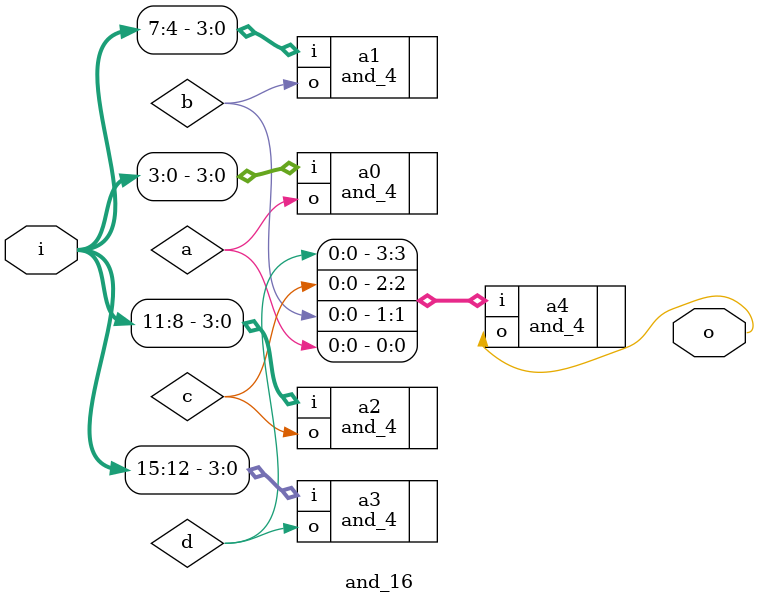
<source format=sv>
`timescale 1ns/10ps
module and_16 (o, i);
	output logic o;
	input logic [15:0] i;
	
	logic a,b,c,d;
	
	and_4 a0 (.o(a), .i(i[3:0]));
	and_4 a1 (.o(b), .i(i[7:4]));
	and_4 a2 (.o(c), .i(i[11:8]));
	and_4 a3 (.o(d), .i(i[15:12]));
	
	and_4 a4 (.o, .i({d,c,b,a}));
endmodule

</source>
